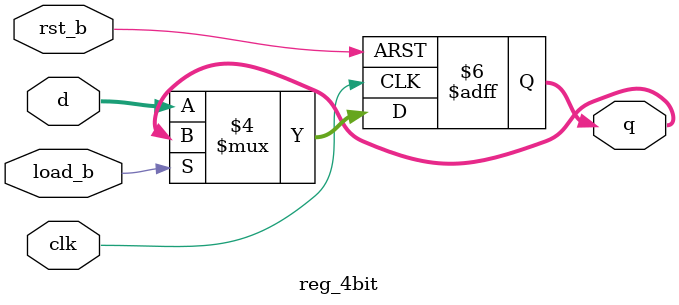
<source format=sv>
module reg_4bit(
input	logic clk, rst_b, load_b,
input	logic [3:0] d,
output	logic [3:0] q);
	
always_ff @(posedge clk, negedge rst_b)
	if (!rst_b)
		q <= 4'b0;	//Asynchronous reset
	else if (!load_b)
		q <= d;	//If load_b is low, d is loaded to q. If load_b is high, q is restored
endmodule
	

</source>
